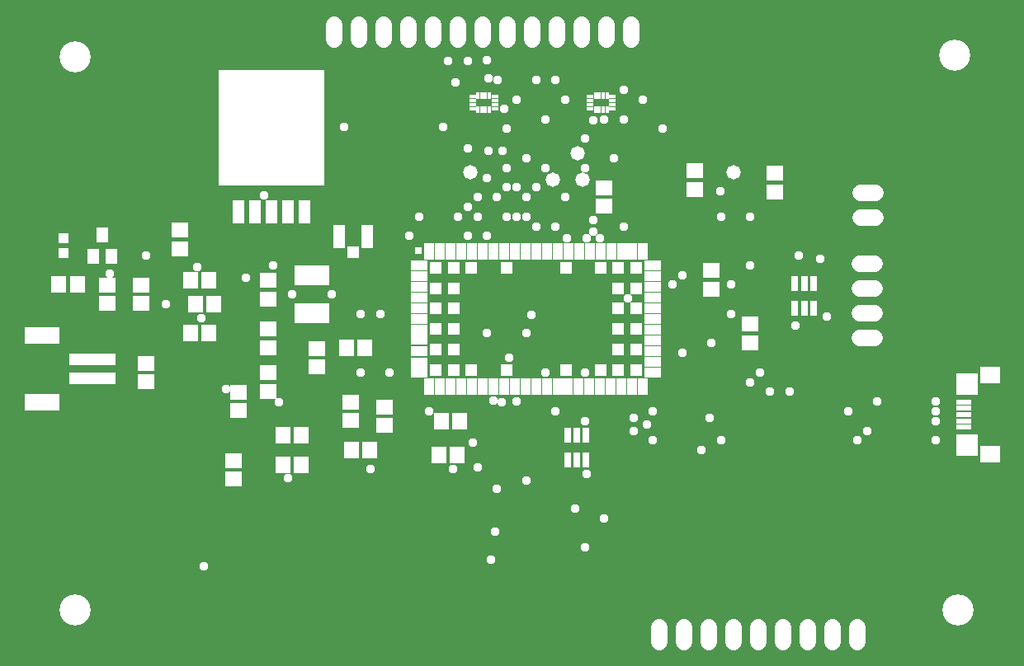
<source format=gbr>
G04 EAGLE Gerber RS-274X export*
G75*
%MOMM*%
%FSLAX34Y34*%
%LPD*%
%INSoldermask Top*%
%IPNEG*%
%AMOC8*
5,1,8,0,0,1.08239X$1,22.5*%
G01*
%ADD10R,1.219200X2.489200*%
%ADD11R,10.795000X11.836400*%
%ADD12R,2.203200X2.303200*%
%ADD13R,2.103200X1.803200*%
%ADD14R,1.553200X0.603200*%
%ADD15R,1.253200X2.403200*%
%ADD16R,1.253200X1.203200*%
%ADD17R,0.453200X0.753200*%
%ADD18R,0.453200X0.653200*%
%ADD19R,0.653200X0.453200*%
%ADD20R,4.803200X1.203200*%
%ADD21R,3.603200X1.803200*%
%ADD22C,1.473200*%
%ADD23R,1.703200X1.503200*%
%ADD24R,1.203200X1.603200*%
%ADD25R,1.003200X1.003200*%
%ADD26R,1.503200X1.703200*%
%ADD27R,3.603200X2.103200*%
%ADD28R,0.802641X0.802641*%
%ADD29R,1.704341X1.003300*%
%ADD30R,1.704341X1.102359*%
%ADD31R,1.003300X1.704341*%
%ADD32R,1.303019X1.303019*%
%ADD33C,1.727200*%
%ADD34R,0.762000X1.524000*%
%ADD35C,3.203200*%
%ADD36C,0.959600*%


D10*
X234464Y474794D03*
X251482Y474794D03*
X268500Y474794D03*
X285518Y474794D03*
X302536Y474794D03*
D11*
X268500Y560900D03*
D12*
X982200Y235600D03*
X982200Y297600D03*
D13*
X1005700Y225600D03*
X1005700Y307600D03*
D14*
X978950Y253600D03*
X978950Y260100D03*
X978950Y266600D03*
X978950Y273100D03*
X978950Y279600D03*
D15*
X337650Y449600D03*
X367150Y449600D03*
D16*
X352400Y433600D03*
D17*
X613100Y594100D03*
D18*
X609100Y594600D03*
X605100Y594600D03*
X601100Y594600D03*
D19*
X595600Y593100D03*
X595600Y589100D03*
X595600Y585100D03*
X595600Y581100D03*
D18*
X601100Y579600D03*
X605100Y579600D03*
X609100Y579600D03*
X613100Y579600D03*
D19*
X618600Y581100D03*
X618600Y585100D03*
X618600Y589100D03*
X618600Y593100D03*
D20*
X85100Y303500D03*
X85100Y323500D03*
D21*
X33100Y279500D03*
X33100Y347500D03*
D17*
X492300Y594100D03*
D18*
X488300Y594600D03*
X484300Y594600D03*
X480300Y594600D03*
D19*
X474800Y593100D03*
X474800Y589100D03*
X474800Y585100D03*
X474800Y581100D03*
D18*
X480300Y579600D03*
X484300Y579600D03*
X488300Y579600D03*
X492300Y579600D03*
D19*
X497800Y581100D03*
X497800Y585100D03*
X497800Y589100D03*
X497800Y593100D03*
D22*
X582400Y535200D03*
X588200Y507900D03*
X472800Y515200D03*
X557000Y507900D03*
X742400Y515800D03*
D23*
X174800Y455900D03*
X174800Y436900D03*
D24*
X95000Y451000D03*
X104500Y429000D03*
X85500Y429000D03*
D25*
X55000Y447500D03*
X55000Y432500D03*
D26*
X280500Y245000D03*
X299500Y245000D03*
D23*
X265000Y385500D03*
X265000Y404500D03*
X265000Y335500D03*
X265000Y354500D03*
D26*
X50500Y400000D03*
X69500Y400000D03*
D23*
X265000Y309500D03*
X265000Y290500D03*
X235000Y270500D03*
X235000Y289500D03*
X720000Y414500D03*
X720000Y395500D03*
X785000Y514500D03*
X785000Y495500D03*
X610000Y480500D03*
X610000Y499500D03*
X702700Y516800D03*
X702700Y497800D03*
D26*
X280500Y215000D03*
X299500Y215000D03*
D23*
X230000Y219500D03*
X230000Y200500D03*
X385000Y255500D03*
X385000Y274500D03*
D26*
X440500Y225000D03*
X459500Y225000D03*
X350500Y230000D03*
X369500Y230000D03*
D23*
X350000Y260500D03*
X350000Y279500D03*
X100000Y399500D03*
X100000Y380500D03*
X140000Y319500D03*
X140000Y300500D03*
X760000Y359500D03*
X760000Y340500D03*
D26*
X185500Y350000D03*
X204500Y350000D03*
X185500Y405000D03*
X204500Y405000D03*
X190500Y380000D03*
X209500Y380000D03*
D23*
X135000Y399500D03*
X135000Y380500D03*
D26*
X364500Y335000D03*
X345500Y335000D03*
D23*
X315000Y334500D03*
X315000Y315500D03*
D27*
X310000Y370500D03*
X310000Y409500D03*
D28*
X418998Y434975D03*
D29*
X420497Y420004D03*
X420479Y409009D03*
X420493Y364998D03*
X420492Y387000D03*
X420479Y376020D03*
X420479Y354004D03*
X420489Y398016D03*
X420480Y343995D03*
X420500Y319995D03*
X420493Y309988D03*
D30*
X420486Y331996D03*
D31*
X429992Y295492D03*
X451975Y295491D03*
X440977Y295479D03*
X462980Y295492D03*
X473988Y295493D03*
X484973Y295493D03*
X495991Y295493D03*
X506989Y295493D03*
X528980Y295479D03*
X517977Y295481D03*
X550970Y295491D03*
X539982Y295503D03*
X561976Y295483D03*
X572957Y295492D03*
X583954Y295482D03*
X594961Y295483D03*
X605959Y295487D03*
X627963Y295478D03*
X616960Y295491D03*
X649963Y295480D03*
X638962Y295501D03*
D29*
X659501Y310004D03*
X659505Y320997D03*
X659492Y331990D03*
X659510Y353980D03*
X659497Y342998D03*
X659514Y386982D03*
X659510Y375995D03*
X659514Y364988D03*
X659512Y397969D03*
X659509Y408984D03*
X659495Y419971D03*
D31*
X441043Y434511D03*
X430035Y434498D03*
X452040Y434502D03*
X463023Y434494D03*
X474051Y434509D03*
X496039Y434497D03*
X507041Y434498D03*
X529024Y434497D03*
X518038Y434511D03*
X540018Y434501D03*
X551021Y434512D03*
X485042Y434510D03*
X573012Y434494D03*
X562007Y434512D03*
X584021Y434508D03*
X595002Y434493D03*
X606016Y434506D03*
X628019Y434508D03*
X617012Y434493D03*
X650013Y434501D03*
X639000Y434501D03*
D32*
X455514Y312508D03*
X455509Y396532D03*
X455514Y375517D03*
X473526Y312520D03*
X455506Y354526D03*
X455521Y333516D03*
X437501Y312499D03*
X437505Y417535D03*
X437507Y396543D03*
X437506Y375537D03*
X437506Y354421D03*
X437502Y333526D03*
X624482Y312509D03*
X624480Y333507D03*
X624467Y354524D03*
X624485Y396525D03*
X624474Y417545D03*
X624477Y375519D03*
X642479Y396529D03*
X642475Y312513D03*
X642476Y375530D03*
X642476Y354518D03*
X642491Y333525D03*
X642486Y417497D03*
X509514Y312515D03*
X509512Y417530D03*
X606457Y417548D03*
X473522Y417536D03*
X570467Y417527D03*
X570470Y312499D03*
X455517Y417537D03*
X606470Y312516D03*
D33*
X638100Y652080D02*
X638100Y667320D01*
X612700Y667320D02*
X612700Y652080D01*
X587300Y652080D02*
X587300Y667320D01*
X561900Y667320D02*
X561900Y652080D01*
X536500Y652080D02*
X536500Y667320D01*
X511100Y667320D02*
X511100Y652080D01*
X485700Y652080D02*
X485700Y667320D01*
X460300Y667320D02*
X460300Y652080D01*
X434900Y652080D02*
X434900Y667320D01*
X409500Y667320D02*
X409500Y652080D01*
X384100Y652080D02*
X384100Y667320D01*
X358700Y667320D02*
X358700Y652080D01*
X333300Y652080D02*
X333300Y667320D01*
X873280Y469000D02*
X888520Y469000D01*
X888520Y494400D02*
X873280Y494400D01*
X869700Y48520D02*
X869700Y33280D01*
X844300Y33280D02*
X844300Y48520D01*
X818900Y48520D02*
X818900Y33280D01*
X793500Y33280D02*
X793500Y48520D01*
X768100Y48520D02*
X768100Y33280D01*
X742700Y33280D02*
X742700Y48520D01*
X717300Y48520D02*
X717300Y33280D01*
X691900Y33280D02*
X691900Y48520D01*
X666500Y48520D02*
X666500Y33280D01*
D26*
X461600Y260200D03*
X442600Y260200D03*
D34*
X591598Y245100D03*
X582200Y245100D03*
X572802Y245100D03*
X572802Y219700D03*
X582200Y219700D03*
X591598Y219700D03*
X824598Y401600D03*
X815200Y401600D03*
X805802Y401600D03*
X805802Y376200D03*
X815200Y376200D03*
X824598Y376200D03*
D33*
X872180Y421400D02*
X887420Y421400D01*
X887420Y396000D02*
X872180Y396000D01*
X872180Y370600D02*
X887420Y370600D01*
X887420Y345200D02*
X872180Y345200D01*
D35*
X973440Y65980D03*
X66820Y634460D03*
X67020Y65830D03*
X970000Y635400D03*
D36*
X160000Y380000D03*
X140000Y430000D03*
X342900Y562356D03*
X592074Y205740D03*
X630000Y600000D03*
X570000Y590000D03*
X493776Y117160D03*
X370332Y210312D03*
X480060Y212598D03*
X199456Y111158D03*
X660000Y270000D03*
X640000Y250000D03*
X590000Y310000D03*
X454914Y210312D03*
X530352Y198882D03*
X590000Y130000D03*
X610000Y160000D03*
X710000Y230000D03*
X660000Y240000D03*
X590000Y260000D03*
X430000Y270000D03*
X560000Y270000D03*
X505206Y278892D03*
X285750Y201168D03*
X550000Y310000D03*
X490000Y350000D03*
X530000Y350000D03*
X242316Y406908D03*
X192024Y418338D03*
X520000Y590000D03*
X540000Y610000D03*
X650000Y590000D03*
X560000Y610000D03*
X390000Y310000D03*
X330000Y390000D03*
X290000Y390000D03*
X270000Y420000D03*
X800000Y290000D03*
X720000Y340000D03*
X770000Y310000D03*
X860000Y270000D03*
X950000Y270000D03*
X806450Y358140D03*
X838200Y367030D03*
X780000Y290000D03*
X810000Y430000D03*
X740000Y370000D03*
X880189Y249811D03*
X950000Y260000D03*
X831850Y426720D03*
X760000Y300000D03*
X690000Y330000D03*
X890000Y280000D03*
X950000Y280000D03*
X730000Y470000D03*
X760000Y470000D03*
X550000Y570000D03*
X550000Y520000D03*
X540000Y500000D03*
X540000Y460000D03*
X505498Y537210D03*
X475488Y237744D03*
X496062Y281178D03*
X512064Y324612D03*
X630000Y570000D03*
X620000Y530000D03*
X610000Y570000D03*
X590000Y520000D03*
X570000Y490000D03*
X560000Y460000D03*
X491490Y537210D03*
X534924Y368902D03*
X590000Y550000D03*
X598730Y568730D03*
X500218Y610000D03*
X491130Y612156D03*
X470000Y630000D03*
X450000Y630000D03*
X520000Y470000D03*
X520000Y500000D03*
X510000Y560000D03*
X510000Y520000D03*
X500000Y490000D03*
X490000Y450000D03*
X470000Y480000D03*
X470000Y540000D03*
X510000Y470000D03*
X510000Y500000D03*
X480000Y490000D03*
X490000Y510000D03*
X444914Y562356D03*
X571500Y448056D03*
X457620Y607620D03*
X489657Y630343D03*
X598932Y466344D03*
X260604Y491490D03*
X196596Y365760D03*
X507492Y580644D03*
X470000Y450000D03*
X530000Y530000D03*
X102870Y411480D03*
X221742Y292608D03*
X592074Y448056D03*
X276606Y278892D03*
X498348Y146304D03*
X729234Y496062D03*
X360000Y370000D03*
X360000Y310000D03*
X420000Y470000D03*
X460000Y470000D03*
X580000Y170000D03*
X500000Y190000D03*
X520000Y280000D03*
X380000Y370000D03*
X670000Y560000D03*
X630000Y460000D03*
X760000Y420000D03*
X690000Y410000D03*
X740000Y400000D03*
X680000Y400000D03*
X730000Y240000D03*
X634475Y386031D03*
X605790Y448056D03*
X653796Y256032D03*
X950000Y240000D03*
X870000Y240000D03*
X717804Y262890D03*
X640080Y262890D03*
X598932Y454914D03*
X530000Y490000D03*
X530000Y470000D03*
X480000Y470000D03*
X410000Y450000D03*
M02*

</source>
